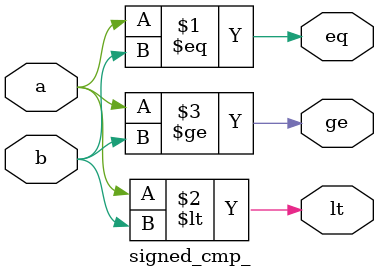
<source format=sv>
`ifndef SIGNED_CMP_V
`define SIGNED_CMP_V

module signed_cmp_ #(
    parameter WIDTH = 1
) (
    input [WIDTH-1:0] a,
    input [WIDTH-1:0] b,
    output eq,
    output lt,
    output ge
);
    assign eq = {31'b0, ($signed(a) == $signed(b))};
    assign lt = {31'b0, ($signed(a) < $signed(b))};
    assign ge = {31'b0, ($signed(a) >= $signed(b))};
endmodule

`endif
</source>
